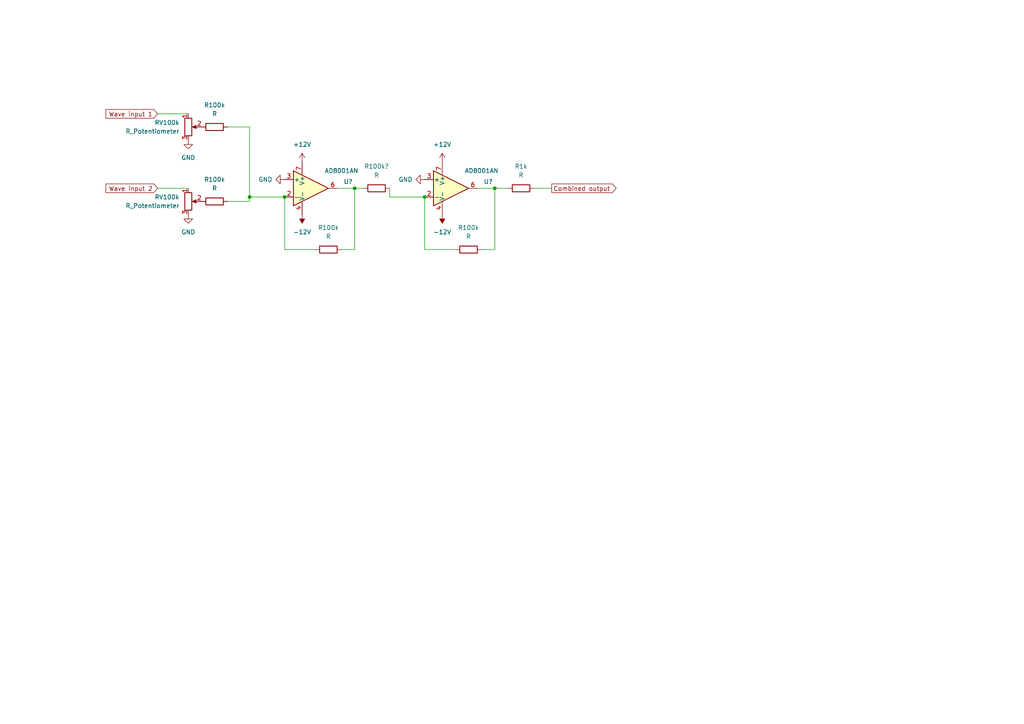
<source format=kicad_sch>
(kicad_sch (version 20211123) (generator eeschema)
  (paper "A4")
  (lib_symbols
    (symbol "Amplifier_Operational:AD8001AN" (pin_names (offset 0.127))
      (property "Reference" "U" (at 0 6.35 0))
      (property "Value" "AD8001AN" (at 0 3.81 0))
      (symbol "AD8001AN_0_1"
        (polyline (pts (xy -5.08 5.08) (xy 5.08 0) (xy -5.08 -5.08) (xy -5.08 5.08)) (stroke (width 0.254)) (fill (type background)))
      )
      (symbol "AD8001AN_1_1"
        (pin no_connect line (at -5.08 -2.54 90) (length 2.54) hide (name "NC") (number "1"))
        (pin input line (at -7.62 -2.54 0) (length 2.54) (name "-") (number "2"))
        (pin input line (at -7.62 2.54 0) (length 2.54) (name "+") (number "3"))
        (pin power_in line (at -2.54 -7.62 90) (length 3.81) (name "V-") (number "4"))
        (pin no_connect line (at -2.54 -2.54 90) (length 2.54) hide (name "NC") (number "5"))
        (pin output line (at 7.62 0 180) (length 2.54) (name "~") (number "6"))
        (pin power_in line (at -2.54 7.62 270) (length 3.81) (name "V+") (number "7"))
        (pin no_connect line (at 0 -2.54 90) (length 2.54) hide (name "NC") (number "8"))
      )
    )
    (symbol "Device:R" (pin_numbers hide) (pin_names (offset 0))
      (property "Reference" "R" (at 2.032 0 90))
      (property "Value" "R" (at 0 0 90))
      (symbol "R_0_1"
        (rectangle (start -1.016 -2.54) (end 1.016 2.54) (stroke (width 0.254)))
      )
      (symbol "R_1_1"
        (pin passive line (at 0 3.81 270) (length 1.27) (name "~") (number "1"))
        (pin passive line (at 0 -3.81 90) (length 1.27) (name "~") (number "2"))
      )
    )
    (symbol "Device:R_Potentiometer" (pin_names (offset 1.016) hide)
      (property "Reference" "RV" (at -4.445 0 90))
      (property "Value" "R_Potentiometer" (at -2.54 0 90))
      (symbol "R_Potentiometer_0_1"
        (polyline (pts (xy 2.54 0) (xy 1.524 0)))
        (polyline (pts (xy 1.143 0) (xy 2.286 0.508) (xy 2.286 -0.508) (xy 1.143 0)) (fill (type outline)))
        (rectangle (start 1.016 2.54) (end -1.016 -2.54) (stroke (width 0.254)))
      )
      (symbol "R_Potentiometer_1_1"
        (pin passive line (at 0 3.81 270) (length 1.27) (name "1") (number "1"))
        (pin passive line (at 3.81 0 180) (length 1.27) (name "2") (number "2"))
        (pin passive line (at 0 -3.81 90) (length 1.27) (name "3") (number "3"))
      )
    )
    (symbol "power:+12V" (power) (pin_names (offset 0))
      (property "Value" "+12V" (at 0 3.556 0))
      (symbol "+12V_0_1"
        (polyline (pts (xy -0.762 1.27) (xy 0 2.54)))
        (polyline (pts (xy 0 0) (xy 0 2.54)))
        (polyline (pts (xy 0 2.54) (xy 0.762 1.27)))
      )
      (symbol "+12V_1_1"
        (pin power_in line (at 0 0 90) (length 0) hide (name "+12V") (number "1"))
      )
    )
    (symbol "power:-12V" (power) (pin_names (offset 0))
      (property "Value" "-12V" (at 0 3.81 0))
      (symbol "-12V_0_0"
        (pin power_in line (at 0 0 90) (length 0) hide (name "-12V") (number "1"))
      )
      (symbol "-12V_0_1"
        (polyline (pts (xy 0 0) (xy 0 1.27) (xy 0.762 1.27) (xy 0 2.54) (xy -0.762 1.27) (xy 0 1.27)) (fill (type outline)))
      )
    )
    (symbol "power:GND" (power) (pin_names (offset 0))
      (property "Value" "GND" (at 0 -3.81 0))
      (symbol "GND_0_1"
        (polyline (pts (xy 0 0) (xy 0 -1.27) (xy 1.27 -1.27) (xy 0 -2.54) (xy -1.27 -1.27) (xy 0 -1.27)))
      )
      (symbol "GND_1_1"
        (pin power_in line (at 0 0 270) (length 0) hide (name "GND") (number "1"))
      )
    )
  )
  (junction (at 82.55 57.15))
  (junction (at 123.19 57.15))
  (junction (at 143.51 54.61))
  (junction (at 72.39 57.15))
  (junction (at 102.87 54.61))
  (wire (pts (xy 102.87 72.39) (xy 99.06 72.39)))
  (wire (pts (xy 132.08 72.39) (xy 123.19 72.39)))
  (wire (pts (xy 72.39 57.15) (xy 82.55 57.15)))
  (wire (pts (xy 138.43 54.61) (xy 143.51 54.61)))
  (wire (pts (xy 123.19 72.39) (xy 123.19 57.15)))
  (wire (pts (xy 82.55 72.39) (xy 82.55 57.15)))
  (wire (pts (xy 66.04 58.42) (xy 72.39 58.42)))
  (wire (pts (xy 72.39 36.83) (xy 72.39 57.15)))
  (wire (pts (xy 113.03 57.15) (xy 113.03 54.61)))
  (wire (pts (xy 97.79 54.61) (xy 102.87 54.61)))
  (wire (pts (xy 113.03 57.15) (xy 123.19 57.15)))
  (wire (pts (xy 143.51 72.39) (xy 139.7 72.39)))
  (wire (pts (xy 72.39 58.42) (xy 72.39 57.15)))
  (wire (pts (xy 102.87 54.61) (xy 105.41 54.61)))
  (wire (pts (xy 66.04 36.83) (xy 72.39 36.83)))
  (wire (pts (xy 143.51 54.61) (xy 143.51 72.39)))
  (wire (pts (xy 147.32 54.61) (xy 143.51 54.61)))
  (wire (pts (xy 91.44 72.39) (xy 82.55 72.39)))
  (wire (pts (xy 45.72 54.61) (xy 54.61 54.61)))
  (wire (pts (xy 154.94 54.61) (xy 160.02 54.61)))
  (wire (pts (xy 45.72 33.02) (xy 54.61 33.02)))
  (wire (pts (xy 102.87 54.61) (xy 102.87 72.39)))
  (global_label "Wave input 2" (shape input) (at 45.72 54.61 180) (property "Intersheet References" "${INTERSHEET_REFS}" (effects hide)))
  (global_label "Combined output" (shape output) (at 160.02 54.61 0) (property "Intersheet References" "${INTERSHEET_REFS}" (effects hide)))
  (global_label "Wave input 1" (shape input) (at 45.72 33.02 180) (property "Intersheet References" "${INTERSHEET_REFS}" (effects hide)))
  (symbol (lib_id "Device:R") (at 62.23 58.42 90) (unit 1)
    (property "Reference" "R100k" (at 62.23 52.07 90))
    (property "Value" "R" (at 62.23 54.61 90))
  )
  (symbol (lib_id "Device:R_Potentiometer") (at 54.61 58.42 0) (unit 1)
    (property "Reference" "RV100k" (at 52.07 57.1499 0) (effects (justify right)))
    (property "Value" "R_Potentiometer" (at 52.07 59.6899 0) (effects (justify right)))
  )
  (symbol (lib_id "power:-12V") (at 87.63 62.23 180) (unit 1)
    (property "Reference" "#PWR?" (effects hide))
    (property "Value" "-12V" (at 87.63 67.31 0))
  )
  (symbol (lib_id "Device:R") (at 95.25 72.39 90) (unit 1)
    (property "Reference" "R100k" (at 95.25 66.04 90))
    (property "Value" "R" (at 95.25 68.58 90))
  )
  (symbol (lib_id "Device:R") (at 151.13 54.61 90) (unit 1)
    (property "Reference" "R1k" (at 151.13 48.26 90))
    (property "Value" "R" (at 151.13 50.8 90))
  )
  (symbol (lib_id "power:+12V") (at 87.63 46.99 0) (unit 1)
    (property "Reference" "#PWR?" (effects hide))
    (property "Value" "+12V" (at 87.63 41.91 0))
  )
  (symbol (lib_id "power:GND") (at 54.61 40.64 0) (unit 1)
    (property "Reference" "#PWR?" (effects hide))
    (property "Value" "GND" (at 54.61 45.72 0))
  )
  (symbol (lib_id "Amplifier_Operational:AD8001AN") (at 90.17 54.61 0) (unit 1)
    (property "Reference" "U?" (at 100.965 52.705 0))
    (property "Value" "AD8001AN" (at 99.06 49.53 0))
    (property "Footprint" "Package_DIP:DIP-8_W7.62mm" (effects hide))
    (property "Datasheet" "https://www.analog.com/media/en/technical-documentation/data-sheets/ad8001.pdf" (effects hide))
  )
  (symbol (lib_id "power:+12V") (at 128.27 46.99 0) (unit 1)
    (property "Reference" "#PWR?" (effects hide))
    (property "Value" "+12V" (at 128.27 41.91 0))
  )
  (symbol (lib_id "Device:R_Potentiometer") (at 54.61 36.83 0) (unit 1)
    (property "Reference" "RV100k" (at 52.07 35.5599 0) (effects (justify right)))
    (property "Value" "R_Potentiometer" (at 52.07 38.0999 0) (effects (justify right)))
  )
  (symbol (lib_id "Device:R") (at 109.22 54.61 90) (unit 1)
    (property "Reference" "R100k?" (at 109.22 48.26 90))
    (property "Value" "R" (at 109.22 50.8 90))
  )
  (symbol (lib_id "Device:R") (at 135.89 72.39 90) (unit 1)
    (property "Reference" "R100k" (at 135.89 66.04 90))
    (property "Value" "R" (at 135.89 68.58 90))
  )
  (symbol (lib_id "Device:R") (at 62.23 36.83 90) (unit 1)
    (property "Reference" "R100k" (at 62.23 30.48 90))
    (property "Value" "R" (at 62.23 33.02 90))
  )
  (symbol (lib_id "power:GND") (at 54.61 62.23 0) (unit 1)
    (property "Reference" "#PWR?" (effects hide))
    (property "Value" "GND" (at 54.61 67.31 0))
  )
  (symbol (lib_id "power:GND") (at 123.19 52.07 270) (unit 1)
    (property "Reference" "#PWR?" (effects hide))
    (property "Value" "GND" (at 115.57 52.07 90) (effects (justify left)))
  )
  (symbol (lib_id "Amplifier_Operational:AD8001AN") (at 130.81 54.61 0) (unit 1)
    (property "Reference" "U?" (at 141.605 52.705 0))
    (property "Value" "AD8001AN" (at 139.7 49.53 0))
    (property "Footprint" "Package_DIP:DIP-8_W7.62mm" (effects hide))
    (property "Datasheet" "https://www.analog.com/media/en/technical-documentation/data-sheets/ad8001.pdf" (effects hide))
  )
  (symbol (lib_id "power:-12V") (at 128.27 62.23 180) (unit 1)
    (property "Reference" "#PWR?" (effects hide))
    (property "Value" "-12V" (at 128.27 67.31 0))
  )
  (symbol (lib_id "power:GND") (at 82.55 52.07 270) (unit 1)
    (property "Reference" "#PWR?" (effects hide))
    (property "Value" "GND" (at 74.93 52.07 90) (effects (justify left)))
  )
)
</source>
